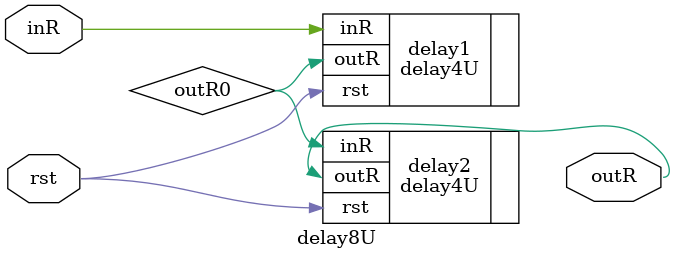
<source format=v>
`timescale 1ns / 1ps

module delay8U(inR, outR, rst);
input inR, rst;
output outR;

wire outR0;


delay4U delay1(.inR(inR), .outR(outR0), .rst(rst));
delay4U delay2(.inR(outR0), .outR(outR), .rst(rst));
endmodule


</source>
